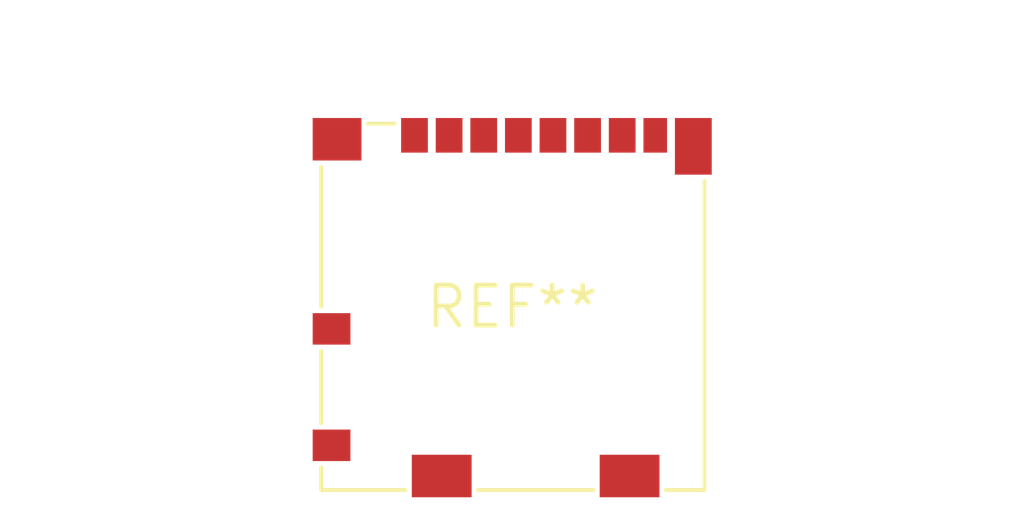
<source format=kicad_pcb>
(kicad_pcb (version 20240108) (generator pcbnew)
  (layers (0 "F.Cu" signal) (31 "B.Cu" signal) (34 "B.Paste" user) (35 "F.Paste" user) (36 "B.SilkS" user "B.Silkscreen") (37 "F.SilkS" user "F.Silkscreen") (38 "B.Mask" user) (39 "F.Mask" user) (44 "Edge.Cuts" user))
  (net 0 "")
  (footprint "microSD_HC_Molex_104031-0811" (layer "F.Cu") (at 0 0)
    (property "Reference" "REF**")
    (property "Value" "microSD_HC_Molex_104031-0811")
    (fp_line (start -6.07 -4.45) (end -6.07 0) (layer "F.SilkS") (stroke (width 0.12)))
    (fp_line (start -6.07 1.4) (end -6.07 3.7) (layer "F.SilkS") (stroke (width 0.12)))
    (fp_line (start -6.07 5.1) (end -6.07 5.82) (layer "F.SilkS") (stroke (width 0.12)))
    (fp_line (start -6.07 5.82) (end -3.39 5.82) (layer "F.SilkS") (stroke (width 0.12)))
    (fp_line (start -4.59 -5.82) (end -3.73 -5.82) (layer "F.SilkS") (stroke (width 0.12)))
    (fp_line (start -1.09 5.82) (end 2.58 5.82) (layer "F.SilkS") (stroke (width 0.12)))
    (fp_line (start 4.88 5.82) (end 6.11 5.82) (layer "F.SilkS") (stroke (width 0.12)))
    (fp_line (start 6.11 5.82) (end 6.11 -4) (layer "F.SilkS") (stroke (width 0.12)))
    (pad "1" smd rect (at -3.105 -5.45) (size 0.85 1.1) (layers "F.Cu" "F.Paste" "F.Mask"))
    (pad "2" smd rect (at -2.005 -5.45) (size 0.85 1.1) (layers "F.Cu" "F.Paste" "F.Mask"))
    (pad "3" smd rect (at -0.905 -5.45) (size 0.85 1.1) (layers "F.Cu" "F.Paste" "F.Mask"))
    (pad "4" smd rect (at 0.195 -5.45) (size 0.85 1.1) (layers "F.Cu" "F.Paste" "F.Mask"))
    (pad "5" smd rect (at 1.295 -5.45) (size 0.85 1.1) (layers "F.Cu" "F.Paste" "F.Mask"))
    (pad "6" smd rect (at 2.395 -5.45) (size 0.85 1.1) (layers "F.Cu" "F.Paste" "F.Mask"))
    (pad "7" smd rect (at 3.495 -5.45) (size 0.85 1.1) (layers "F.Cu" "F.Paste" "F.Mask"))
    (pad "8" smd rect (at 4.545 -5.45) (size 0.75 1.1) (layers "F.Cu" "F.Paste" "F.Mask"))
    (pad "9" smd rect (at -5.74 0.7) (size 1.2 1) (layers "F.Cu" "F.Paste" "F.Mask"))
    (pad "10" smd rect (at -5.74 4.4) (size 1.2 1) (layers "F.Cu" "F.Paste" "F.Mask"))
    (pad "11" smd rect (at -5.565 -5.325) (size 1.55 1.35) (layers "F.Cu" "F.Paste" "F.Mask"))
    (pad "11" smd rect (at -2.24 5.375) (size 1.9 1.35) (layers "F.Cu" "F.Paste" "F.Mask"))
    (pad "11" smd rect (at 3.73 5.375) (size 1.9 1.35) (layers "F.Cu" "F.Paste" "F.Mask"))
    (pad "11" smd rect (at 5.755 -5.1) (size 1.17 1.8) (layers "F.Cu" "F.Paste" "F.Mask"))
  )
)
</source>
